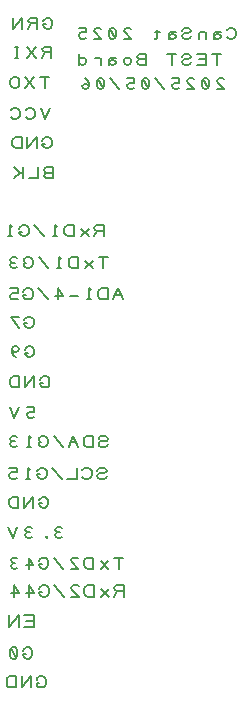
<source format=gbo>
G04 DesignSpark PCB Gerber Version 12.0 Build 5942*
%FSLAX35Y35*%
%MOMM*%
%ADD10C,0.12700*%
X0Y0D02*
D02*
D10*
X994680Y2013740D02*
X970860D01*
Y2005800D01*
X978800Y1989930D01*
X986740Y1981990D01*
X1002610Y1974050D01*
X1018490D01*
X1034360Y1981990D01*
X1042300Y1989930D01*
X1050240Y2005800D01*
Y2037550D01*
X1042300Y2053430D01*
X1034360Y2061370D01*
X1018490Y2069300D01*
X1002610D01*
X986740Y2061370D01*
X978800Y2053430D01*
X970860Y2037550D01*
X915300Y1981990D02*
X899430Y1974050D01*
X883550D01*
X867680Y1981990D01*
X859740Y1997870D01*
Y2045490D01*
X867680Y2061370D01*
X883550Y2069300D01*
X899430D01*
X915300Y2061370D01*
X923240Y2045490D01*
Y1997870D01*
X915300Y1981990D01*
X867680Y2061370D01*
X1060240Y2244050D02*
Y2339300D01*
X980860D01*
X996740Y2291680D02*
X1060240D01*
Y2244050D02*
X980860D01*
X933240D02*
Y2339300D01*
X853860Y2244050D01*
Y2339300D01*
X1004680Y4813740D02*
X980860D01*
Y4805800D01*
X988800Y4789930D01*
X996740Y4781990D01*
X1012610Y4774050D01*
X1028490D01*
X1044360Y4781990D01*
X1052300Y4789930D01*
X1060240Y4805800D01*
Y4837550D01*
X1052300Y4853430D01*
X1044360Y4861370D01*
X1028490Y4869300D01*
X1012610D01*
X996740Y4861370D01*
X988800Y4853430D01*
X980860Y4837550D01*
X933240Y4774050D02*
X869740Y4869300D01*
X933240D01*
X1065240Y4016990D02*
X1049360Y4009050D01*
X1025550D01*
X1009680Y4016990D01*
X1001740Y4032870D01*
Y4040800D01*
X1009680Y4056680D01*
X1025550Y4064620D01*
X1065240D01*
Y4104300D01*
X1001740D01*
X938240D02*
X898550Y4009050D01*
X858860Y4104300D01*
X1009680Y4563740D02*
X985860D01*
Y4555800D01*
X993800Y4539930D01*
X1001740Y4531990D01*
X1017610Y4524050D01*
X1033490D01*
X1049360Y4531990D01*
X1057300Y4539930D01*
X1065240Y4555800D01*
Y4587550D01*
X1057300Y4603430D01*
X1049360Y4611370D01*
X1033490Y4619300D01*
X1017610D01*
X1001740Y4611370D01*
X993800Y4603430D01*
X985860Y4587550D01*
X914430Y4524050D02*
X898550Y4531990D01*
X882680Y4547870D01*
X874740Y4571680D01*
Y4595490D01*
X882680Y4611370D01*
X898550Y4619300D01*
X914430D01*
X930300Y4611370D01*
X938240Y4595490D01*
X930300Y4579620D01*
X914430Y4571680D01*
X898550D01*
X882680Y4579620D01*
X874740Y4595490D01*
X1109680Y1768740D02*
X1085860D01*
Y1760800D01*
X1093800Y1744930D01*
X1101740Y1736990D01*
X1117610Y1729050D01*
X1133490D01*
X1149360Y1736990D01*
X1157300Y1744930D01*
X1165240Y1760800D01*
Y1792550D01*
X1157300Y1808430D01*
X1149360Y1816370D01*
X1133490Y1824300D01*
X1117610D01*
X1101740Y1816370D01*
X1093800Y1808430D01*
X1085860Y1792550D01*
X1038240Y1729050D02*
Y1824300D01*
X958860Y1729050D01*
Y1824300D01*
X911240Y1729050D02*
Y1824300D01*
X863610D01*
X847740Y1816370D01*
X839800Y1808430D01*
X831860Y1792550D01*
Y1760800D01*
X839800Y1744930D01*
X847740Y1736990D01*
X863610Y1729050D01*
X911240D01*
X1129680Y3288740D02*
X1105860D01*
Y3280800D01*
X1113800Y3264930D01*
X1121740Y3256990D01*
X1137610Y3249050D01*
X1153490D01*
X1169360Y3256990D01*
X1177300Y3264930D01*
X1185240Y3280800D01*
Y3312550D01*
X1177300Y3328430D01*
X1169360Y3336370D01*
X1153490Y3344300D01*
X1137610D01*
X1121740Y3336370D01*
X1113800Y3328430D01*
X1105860Y3312550D01*
X1058240Y3249050D02*
Y3344300D01*
X978860Y3249050D01*
Y3344300D01*
X931240Y3249050D02*
Y3344300D01*
X883610D01*
X867740Y3336370D01*
X859800Y3328430D01*
X851860Y3312550D01*
Y3280800D01*
X859800Y3264930D01*
X867740Y3256990D01*
X883610Y3249050D01*
X931240D01*
X1139680Y4308740D02*
X1115860D01*
Y4300800D01*
X1123800Y4284930D01*
X1131740Y4276990D01*
X1147610Y4269050D01*
X1163490D01*
X1179360Y4276990D01*
X1187300Y4284930D01*
X1195240Y4300800D01*
Y4332550D01*
X1187300Y4348430D01*
X1179360Y4356370D01*
X1163490Y4364300D01*
X1147610D01*
X1131740Y4356370D01*
X1123800Y4348430D01*
X1115860Y4332550D01*
X1068240Y4269050D02*
Y4364300D01*
X988860Y4269050D01*
Y4364300D01*
X941240Y4269050D02*
Y4364300D01*
X893610D01*
X877740Y4356370D01*
X869800Y4348430D01*
X861860Y4332550D01*
Y4300800D01*
X869800Y4284930D01*
X877740Y4276990D01*
X893610Y4269050D01*
X941240D01*
X1155550Y6804050D02*
Y6899300D01*
X1195240D02*
X1115860D01*
X1068240Y6804050D02*
X988860Y6899300D01*
X1068240D02*
X988860Y6804050D01*
X941240Y6835800D02*
Y6867550D01*
X933300Y6883430D01*
X925360Y6891370D01*
X909490Y6899300D01*
X893610D01*
X877740Y6891370D01*
X869800Y6883430D01*
X861860Y6867550D01*
Y6835800D01*
X869800Y6819930D01*
X877740Y6811990D01*
X893610Y6804050D01*
X909490D01*
X925360Y6811990D01*
X933300Y6819930D01*
X941240Y6835800D01*
X1200240Y6634300D02*
X1160550Y6539050D01*
X1120860Y6634300D01*
X993860Y6554930D02*
X1001800Y6546990D01*
X1017680Y6539050D01*
X1041490D01*
X1057360Y6546990D01*
X1065300Y6554930D01*
X1073240Y6570800D01*
Y6602550D01*
X1065300Y6618430D01*
X1057360Y6626370D01*
X1041490Y6634300D01*
X1017680D01*
X1001800Y6626370D01*
X993860Y6618430D01*
X866860Y6554930D02*
X874800Y6546990D01*
X890680Y6539050D01*
X914490D01*
X930360Y6546990D01*
X938300Y6554930D01*
X946240Y6570800D01*
Y6602550D01*
X938300Y6618430D01*
X930360Y6626370D01*
X914490Y6634300D01*
X890680D01*
X874800Y6626370D01*
X866860Y6618430D01*
X1210240Y7059050D02*
Y7154300D01*
X1154680D01*
X1138800Y7146370D01*
X1130860Y7130490D01*
X1138800Y7114620D01*
X1154680Y7106680D01*
X1210240D01*
X1154680D02*
X1130860Y7059050D01*
X1083240D02*
X1003860Y7154300D01*
X1083240D02*
X1003860Y7059050D01*
X932430D02*
X900680D01*
X916550D02*
Y7154300D01*
X932430D02*
X900680D01*
X1159680Y6333740D02*
X1135860D01*
Y6325800D01*
X1143800Y6309930D01*
X1151740Y6301990D01*
X1167610Y6294050D01*
X1183490D01*
X1199360Y6301990D01*
X1207300Y6309930D01*
X1215240Y6325800D01*
Y6357550D01*
X1207300Y6373430D01*
X1199360Y6381370D01*
X1183490Y6389300D01*
X1167610D01*
X1151740Y6381370D01*
X1143800Y6373430D01*
X1135860Y6357550D01*
X1088240Y6294050D02*
Y6389300D01*
X1008860Y6294050D01*
Y6389300D01*
X961240Y6294050D02*
Y6389300D01*
X913610D01*
X897740Y6381370D01*
X889800Y6373430D01*
X881860Y6357550D01*
Y6325800D01*
X889800Y6309930D01*
X897740Y6301990D01*
X913610Y6294050D01*
X961240D01*
X1164680Y7343740D02*
X1140860D01*
Y7335800D01*
X1148800Y7319930D01*
X1156740Y7311990D01*
X1172610Y7304050D01*
X1188490D01*
X1204360Y7311990D01*
X1212300Y7319930D01*
X1220240Y7335800D01*
Y7367550D01*
X1212300Y7383430D01*
X1204360Y7391370D01*
X1188490Y7399300D01*
X1172610D01*
X1156740Y7391370D01*
X1148800Y7383430D01*
X1140860Y7367550D01*
X1093240Y7304050D02*
Y7399300D01*
X1037680D01*
X1021800Y7391370D01*
X1013860Y7375490D01*
X1021800Y7359620D01*
X1037680Y7351680D01*
X1093240D01*
X1037680D02*
X1013860Y7304050D01*
X966240D02*
Y7399300D01*
X886860Y7304050D01*
Y7399300D01*
X1169680Y6086680D02*
X1153800Y6078740D01*
X1145860Y6062870D01*
X1153800Y6046990D01*
X1169680Y6039050D01*
X1225240D01*
Y6134300D01*
X1169680D01*
X1153800Y6126370D01*
X1145860Y6110490D01*
X1153800Y6094620D01*
X1169680Y6086680D01*
X1225240D01*
X1098240Y6134300D02*
Y6039050D01*
X1018860D01*
X971240D02*
Y6134300D01*
Y6086680D02*
X947430D01*
X891860Y6134300D01*
X947430Y6086680D02*
X891860Y6039050D01*
X1297300Y3001990D02*
X1281430Y2994050D01*
X1265550D01*
X1249680Y3001990D01*
X1241740Y3017870D01*
X1249680Y3033740D01*
X1265550Y3041680D01*
X1281430D01*
X1265550D02*
X1249680Y3049620D01*
X1241740Y3065490D01*
X1249680Y3081370D01*
X1265550Y3089300D01*
X1281430D01*
X1297300Y3081370D01*
X1170300Y2994050D02*
X1162360Y3001990D01*
X1170300Y3009930D01*
X1178240Y3001990D01*
X1170300Y2994050D01*
X1043300Y3001990D02*
X1027430Y2994050D01*
X1011550D01*
X995680Y3001990D01*
X987740Y3017870D01*
X995680Y3033740D01*
X1011550Y3041680D01*
X1027430D01*
X1011550D02*
X995680Y3049620D01*
X987740Y3065490D01*
X995680Y3081370D01*
X1011550Y3089300D01*
X1027430D01*
X1043300Y3081370D01*
X924240Y3089300D02*
X884550Y2994050D01*
X844860Y3089300D01*
X1655240Y5549050D02*
Y5644300D01*
X1599680D01*
X1583800Y5636370D01*
X1575860Y5620490D01*
X1583800Y5604620D01*
X1599680Y5596680D01*
X1655240D01*
X1599680D02*
X1575860Y5549050D01*
X1528240D02*
X1464740Y5612550D01*
Y5549050D02*
X1528240Y5612550D01*
X1401240Y5549050D02*
Y5644300D01*
X1353610D01*
X1337740Y5636370D01*
X1329800Y5628430D01*
X1321860Y5612550D01*
Y5580800D01*
X1329800Y5564930D01*
X1337740Y5556990D01*
X1353610Y5549050D01*
X1401240D01*
X1258360D02*
X1226610D01*
X1242490D02*
Y5644300D01*
X1258360Y5628430D01*
X1147240Y5549050D02*
X1067860Y5644300D01*
X964680Y5588740D02*
X940860D01*
Y5580800D01*
X948800Y5564930D01*
X956740Y5556990D01*
X972610Y5549050D01*
X988490D01*
X1004360Y5556990D01*
X1012300Y5564930D01*
X1020240Y5580800D01*
Y5612550D01*
X1012300Y5628430D01*
X1004360Y5636370D01*
X988490Y5644300D01*
X972610D01*
X956740Y5636370D01*
X948800Y5628430D01*
X940860Y5612550D01*
X877360Y5549050D02*
X845610D01*
X861490D02*
Y5644300D01*
X877360Y5628430D01*
X1680240Y3517870D02*
X1672300Y3501990D01*
X1656430Y3494050D01*
X1624680D01*
X1608800Y3501990D01*
X1600860Y3517870D01*
X1608800Y3533740D01*
X1624680Y3541680D01*
X1656430D01*
X1672300Y3549620D01*
X1680240Y3565490D01*
X1672300Y3581370D01*
X1656430Y3589300D01*
X1624680D01*
X1608800Y3581370D01*
X1600860Y3565490D01*
X1473860Y3509930D02*
X1481800Y3501990D01*
X1497680Y3494050D01*
X1521490D01*
X1537360Y3501990D01*
X1545300Y3509930D01*
X1553240Y3525800D01*
Y3557550D01*
X1545300Y3573430D01*
X1537360Y3581370D01*
X1521490Y3589300D01*
X1497680D01*
X1481800Y3581370D01*
X1473860Y3573430D01*
X1426240Y3589300D02*
Y3494050D01*
X1346860D01*
X1299240D02*
X1219860Y3589300D01*
X1116680Y3533740D02*
X1092860D01*
Y3525800D01*
X1100800Y3509930D01*
X1108740Y3501990D01*
X1124610Y3494050D01*
X1140490D01*
X1156360Y3501990D01*
X1164300Y3509930D01*
X1172240Y3525800D01*
Y3557550D01*
X1164300Y3573430D01*
X1156360Y3581370D01*
X1140490Y3589300D01*
X1124610D01*
X1108740Y3581370D01*
X1100800Y3573430D01*
X1092860Y3557550D01*
X1029360Y3494050D02*
X997610D01*
X1013490D02*
Y3589300D01*
X1029360Y3573430D01*
X918240Y3501990D02*
X902360Y3494050D01*
X878550D01*
X862680Y3501990D01*
X854740Y3517870D01*
Y3525800D01*
X862680Y3541680D01*
X878550Y3549620D01*
X918240D01*
Y3589300D01*
X854740D01*
X1690240Y3787870D02*
X1682300Y3771990D01*
X1666430Y3764050D01*
X1634680D01*
X1618800Y3771990D01*
X1610860Y3787870D01*
X1618800Y3803740D01*
X1634680Y3811680D01*
X1666430D01*
X1682300Y3819620D01*
X1690240Y3835490D01*
X1682300Y3851370D01*
X1666430Y3859300D01*
X1634680D01*
X1618800Y3851370D01*
X1610860Y3835490D01*
X1563240Y3764050D02*
Y3859300D01*
X1515610D01*
X1499740Y3851370D01*
X1491800Y3843430D01*
X1483860Y3827550D01*
Y3795800D01*
X1491800Y3779930D01*
X1499740Y3771990D01*
X1515610Y3764050D01*
X1563240D01*
X1436240D02*
X1396550Y3859300D01*
X1356860Y3764050D01*
X1420360Y3803740D02*
X1372740D01*
X1309240Y3764050D02*
X1229860Y3859300D01*
X1126680Y3803740D02*
X1102860D01*
Y3795800D01*
X1110800Y3779930D01*
X1118740Y3771990D01*
X1134610Y3764050D01*
X1150490D01*
X1166360Y3771990D01*
X1174300Y3779930D01*
X1182240Y3795800D01*
Y3827550D01*
X1174300Y3843430D01*
X1166360Y3851370D01*
X1150490Y3859300D01*
X1134610D01*
X1118740Y3851370D01*
X1110800Y3843430D01*
X1102860Y3827550D01*
X1039360Y3764050D02*
X1007610D01*
X1023490D02*
Y3859300D01*
X1039360Y3843430D01*
X920300Y3771990D02*
X904430Y3764050D01*
X888550D01*
X872680Y3771990D01*
X864740Y3787870D01*
X872680Y3803740D01*
X888550Y3811680D01*
X904430D01*
X888550D02*
X872680Y3819620D01*
X864740Y3835490D01*
X872680Y3851370D01*
X888550Y3859300D01*
X904430D01*
X920300Y3851370D01*
X1650550Y5279050D02*
Y5374300D01*
X1690240D02*
X1610860D01*
X1563240Y5279050D02*
X1499740Y5342550D01*
Y5279050D02*
X1563240Y5342550D01*
X1436240Y5279050D02*
Y5374300D01*
X1388610D01*
X1372740Y5366370D01*
X1364800Y5358430D01*
X1356860Y5342550D01*
Y5310800D01*
X1364800Y5294930D01*
X1372740Y5286990D01*
X1388610Y5279050D01*
X1436240D01*
X1293360D02*
X1261610D01*
X1277490D02*
Y5374300D01*
X1293360Y5358430D01*
X1182240Y5279050D02*
X1102860Y5374300D01*
X999680Y5318740D02*
X975860D01*
Y5310800D01*
X983800Y5294930D01*
X991740Y5286990D01*
X1007610Y5279050D01*
X1023490D01*
X1039360Y5286990D01*
X1047300Y5294930D01*
X1055240Y5310800D01*
Y5342550D01*
X1047300Y5358430D01*
X1039360Y5366370D01*
X1023490Y5374300D01*
X1007610D01*
X991740Y5366370D01*
X983800Y5358430D01*
X975860Y5342550D01*
X920300Y5286990D02*
X904430Y5279050D01*
X888550D01*
X872680Y5286990D01*
X864740Y5302870D01*
X872680Y5318740D01*
X888550Y5326680D01*
X904430D01*
X888550D02*
X872680Y5334620D01*
X864740Y5350490D01*
X872680Y5366370D01*
X888550Y5374300D01*
X904430D01*
X920300Y5366370D01*
X1815240Y5014050D02*
X1775550Y5109300D01*
X1735860Y5014050D01*
X1799360Y5053740D02*
X1751740D01*
X1688240Y5014050D02*
Y5109300D01*
X1640610D01*
X1624740Y5101370D01*
X1616800Y5093430D01*
X1608860Y5077550D01*
Y5045800D01*
X1616800Y5029930D01*
X1624740Y5021990D01*
X1640610Y5014050D01*
X1688240D01*
X1545360D02*
X1513610D01*
X1529490D02*
Y5109300D01*
X1545360Y5093430D01*
X1434240Y5045800D02*
X1370740D01*
X1267550Y5014050D02*
Y5109300D01*
X1307240Y5045800D01*
X1243740D01*
X1180240Y5014050D02*
X1100860Y5109300D01*
X997680Y5053740D02*
X973860D01*
Y5045800D01*
X981800Y5029930D01*
X989740Y5021990D01*
X1005610Y5014050D01*
X1021490D01*
X1037360Y5021990D01*
X1045300Y5029930D01*
X1053240Y5045800D01*
Y5077550D01*
X1045300Y5093430D01*
X1037360Y5101370D01*
X1021490Y5109300D01*
X1005610D01*
X989740Y5101370D01*
X981800Y5093430D01*
X973860Y5077550D01*
X926240Y5021990D02*
X910360Y5014050D01*
X886550D01*
X870680Y5021990D01*
X862740Y5037870D01*
Y5045800D01*
X870680Y5061680D01*
X886550Y5069620D01*
X926240D01*
Y5109300D01*
X862740D01*
X1780550Y2734050D02*
Y2829300D01*
X1820240D02*
X1740860D01*
X1693240Y2734050D02*
X1629740Y2797550D01*
Y2734050D02*
X1693240Y2797550D01*
X1566240Y2734050D02*
Y2829300D01*
X1518610D01*
X1502740Y2821370D01*
X1494800Y2813430D01*
X1486860Y2797550D01*
Y2765800D01*
X1494800Y2749930D01*
X1502740Y2741990D01*
X1518610Y2734050D01*
X1566240D01*
X1375740D02*
X1439240D01*
X1383680Y2789620D01*
X1375740Y2805490D01*
X1383680Y2821370D01*
X1399550Y2829300D01*
X1423360D01*
X1439240Y2821370D01*
X1312240Y2734050D02*
X1232860Y2829300D01*
X1129680Y2773740D02*
X1105860D01*
Y2765800D01*
X1113800Y2749930D01*
X1121740Y2741990D01*
X1137610Y2734050D01*
X1153490D01*
X1169360Y2741990D01*
X1177300Y2749930D01*
X1185240Y2765800D01*
Y2797550D01*
X1177300Y2813430D01*
X1169360Y2821370D01*
X1153490Y2829300D01*
X1137610D01*
X1121740Y2821370D01*
X1113800Y2813430D01*
X1105860Y2797550D01*
X1018550Y2734050D02*
Y2829300D01*
X1058240Y2765800D01*
X994740D01*
X923300Y2741990D02*
X907430Y2734050D01*
X891550D01*
X875680Y2741990D01*
X867740Y2757870D01*
X875680Y2773740D01*
X891550Y2781680D01*
X907430D01*
X891550D02*
X875680Y2789620D01*
X867740Y2805490D01*
X875680Y2821370D01*
X891550Y2829300D01*
X907430D01*
X923300Y2821370D01*
X1825240Y2499050D02*
Y2594300D01*
X1769680D01*
X1753800Y2586370D01*
X1745860Y2570490D01*
X1753800Y2554620D01*
X1769680Y2546680D01*
X1825240D01*
X1769680D02*
X1745860Y2499050D01*
X1698240D02*
X1634740Y2562550D01*
Y2499050D02*
X1698240Y2562550D01*
X1571240Y2499050D02*
Y2594300D01*
X1523610D01*
X1507740Y2586370D01*
X1499800Y2578430D01*
X1491860Y2562550D01*
Y2530800D01*
X1499800Y2514930D01*
X1507740Y2506990D01*
X1523610Y2499050D01*
X1571240D01*
X1380740D02*
X1444240D01*
X1388680Y2554620D01*
X1380740Y2570490D01*
X1388680Y2586370D01*
X1404550Y2594300D01*
X1428360D01*
X1444240Y2586370D01*
X1317240Y2499050D02*
X1237860Y2594300D01*
X1134680Y2538740D02*
X1110860D01*
Y2530800D01*
X1118800Y2514930D01*
X1126740Y2506990D01*
X1142610Y2499050D01*
X1158490D01*
X1174360Y2506990D01*
X1182300Y2514930D01*
X1190240Y2530800D01*
Y2562550D01*
X1182300Y2578430D01*
X1174360Y2586370D01*
X1158490Y2594300D01*
X1142610D01*
X1126740Y2586370D01*
X1118800Y2578430D01*
X1110860Y2562550D01*
X1023550Y2499050D02*
Y2594300D01*
X1063240Y2530800D01*
X999740D01*
X896550Y2499050D02*
Y2594300D01*
X936240Y2530800D01*
X872740D01*
X2610550Y6999050D02*
Y7094300D01*
X2650240D02*
X2570860D01*
X2523240Y6999050D02*
Y7094300D01*
X2443860D01*
X2459740Y7046680D02*
X2523240D01*
Y6999050D02*
X2443860D01*
X2396240Y7022870D02*
X2388300Y7006990D01*
X2372430Y6999050D01*
X2340680D01*
X2324800Y7006990D01*
X2316860Y7022870D01*
X2324800Y7038740D01*
X2340680Y7046680D01*
X2372430D01*
X2388300Y7054620D01*
X2396240Y7070490D01*
X2388300Y7086370D01*
X2372430Y7094300D01*
X2340680D01*
X2324800Y7086370D01*
X2316860Y7070490D01*
X2229550Y6999050D02*
Y7094300D01*
X2269240D02*
X2189860D01*
X1959680Y7046680D02*
X1943800Y7038740D01*
X1935860Y7022870D01*
X1943800Y7006990D01*
X1959680Y6999050D01*
X2015240D01*
Y7094300D01*
X1959680D01*
X1943800Y7086370D01*
X1935860Y7070490D01*
X1943800Y7054620D01*
X1959680Y7046680D01*
X2015240D01*
X1888240Y7022870D02*
X1880300Y7006990D01*
X1864430Y6999050D01*
X1848550D01*
X1832680Y7006990D01*
X1824740Y7022870D01*
Y7038740D01*
X1832680Y7054620D01*
X1848550Y7062550D01*
X1864430D01*
X1880300Y7054620D01*
X1888240Y7038740D01*
Y7022870D01*
X1761240Y7054620D02*
X1745360Y7062550D01*
X1721550D01*
X1705680Y7054620D01*
X1697740Y7038740D01*
Y7014930D01*
X1705680Y7006990D01*
X1721550Y6999050D01*
X1737430D01*
X1753300Y7006990D01*
X1761240Y7014930D01*
Y7022870D01*
X1753300Y7030800D01*
X1737430Y7038740D01*
X1721550D01*
X1705680Y7030800D01*
X1697740Y7022870D01*
Y7014930D02*
Y6999050D01*
X1634240D02*
Y7062550D01*
Y7038740D02*
X1626300Y7054620D01*
X1610430Y7062550D01*
X1594550D01*
X1578680Y7054620D01*
X1443740Y7038740D02*
X1451680Y7054620D01*
X1467550Y7062550D01*
X1483430D01*
X1499300Y7054620D01*
X1507240Y7038740D01*
Y7022870D01*
X1499300Y7006990D01*
X1483430Y6999050D01*
X1467550D01*
X1451680Y7006990D01*
X1443740Y7022870D01*
Y6999050D02*
Y7094300D01*
X2611740Y6794050D02*
X2675240D01*
X2619680Y6849620D01*
X2611740Y6865490D01*
X2619680Y6881370D01*
X2635550Y6889300D01*
X2659360D01*
X2675240Y6881370D01*
X2540300Y6801990D02*
X2524430Y6794050D01*
X2508550D01*
X2492680Y6801990D01*
X2484740Y6817870D01*
Y6865490D01*
X2492680Y6881370D01*
X2508550Y6889300D01*
X2524430D01*
X2540300Y6881370D01*
X2548240Y6865490D01*
Y6817870D01*
X2540300Y6801990D01*
X2492680Y6881370D01*
X2357740Y6794050D02*
X2421240D01*
X2365680Y6849620D01*
X2357740Y6865490D01*
X2365680Y6881370D01*
X2381550Y6889300D01*
X2405360D01*
X2421240Y6881370D01*
X2294240Y6801990D02*
X2278360Y6794050D01*
X2254550D01*
X2238680Y6801990D01*
X2230740Y6817870D01*
Y6825800D01*
X2238680Y6841680D01*
X2254550Y6849620D01*
X2294240D01*
Y6889300D01*
X2230740D01*
X2167240Y6794050D02*
X2087860Y6889300D01*
X2032300Y6801990D02*
X2016430Y6794050D01*
X2000550D01*
X1984680Y6801990D01*
X1976740Y6817870D01*
Y6865490D01*
X1984680Y6881370D01*
X2000550Y6889300D01*
X2016430D01*
X2032300Y6881370D01*
X2040240Y6865490D01*
Y6817870D01*
X2032300Y6801990D01*
X1984680Y6881370D01*
X1913240Y6801990D02*
X1897360Y6794050D01*
X1873550D01*
X1857680Y6801990D01*
X1849740Y6817870D01*
Y6825800D01*
X1857680Y6841680D01*
X1873550Y6849620D01*
X1913240D01*
Y6889300D01*
X1849740D01*
X1786240Y6794050D02*
X1706860Y6889300D01*
X1651300Y6801990D02*
X1635430Y6794050D01*
X1619550D01*
X1603680Y6801990D01*
X1595740Y6817870D01*
Y6865490D01*
X1603680Y6881370D01*
X1619550Y6889300D01*
X1635430D01*
X1651300Y6881370D01*
X1659240Y6865490D01*
Y6817870D01*
X1651300Y6801990D01*
X1603680Y6881370D01*
X1532240Y6817870D02*
X1524300Y6833740D01*
X1508430Y6841680D01*
X1492550D01*
X1476680Y6833740D01*
X1468740Y6817870D01*
X1476680Y6801990D01*
X1492550Y6794050D01*
X1508430D01*
X1524300Y6801990D01*
X1532240Y6817870D01*
Y6841680D01*
X1524300Y6865490D01*
X1508430Y6881370D01*
X1492550Y6889300D01*
X2695860Y7234930D02*
X2703800Y7226990D01*
X2719680Y7219050D01*
X2743490D01*
X2759360Y7226990D01*
X2767300Y7234930D01*
X2775240Y7250800D01*
Y7282550D01*
X2767300Y7298430D01*
X2759360Y7306370D01*
X2743490Y7314300D01*
X2719680D01*
X2703800Y7306370D01*
X2695860Y7298430D01*
X2648240Y7274620D02*
X2632360Y7282550D01*
X2608550D01*
X2592680Y7274620D01*
X2584740Y7258740D01*
Y7234930D01*
X2592680Y7226990D01*
X2608550Y7219050D01*
X2624430D01*
X2640300Y7226990D01*
X2648240Y7234930D01*
Y7242870D01*
X2640300Y7250800D01*
X2624430Y7258740D01*
X2608550D01*
X2592680Y7250800D01*
X2584740Y7242870D01*
Y7234930D02*
Y7219050D01*
X2521240D02*
Y7282550D01*
Y7258740D02*
X2513300Y7274620D01*
X2497430Y7282550D01*
X2481550D01*
X2465680Y7274620D01*
X2457740Y7258740D01*
Y7219050D01*
X2394240Y7242870D02*
X2386300Y7226990D01*
X2370430Y7219050D01*
X2338680D01*
X2322800Y7226990D01*
X2314860Y7242870D01*
X2322800Y7258740D01*
X2338680Y7266680D01*
X2370430D01*
X2386300Y7274620D01*
X2394240Y7290490D01*
X2386300Y7306370D01*
X2370430Y7314300D01*
X2338680D01*
X2322800Y7306370D01*
X2314860Y7290490D01*
X2267240Y7274620D02*
X2251360Y7282550D01*
X2227550D01*
X2211680Y7274620D01*
X2203740Y7258740D01*
Y7234930D01*
X2211680Y7226990D01*
X2227550Y7219050D01*
X2243430D01*
X2259300Y7226990D01*
X2267240Y7234930D01*
Y7242870D01*
X2259300Y7250800D01*
X2243430Y7258740D01*
X2227550D01*
X2211680Y7250800D01*
X2203740Y7242870D01*
Y7234930D02*
Y7219050D01*
X2127010Y7282550D02*
X2089970D01*
X2108490Y7298430D02*
Y7226990D01*
X2100550Y7219050D01*
X2092610D01*
X2084680Y7226990D01*
X1822740Y7219050D02*
X1886240D01*
X1830680Y7274620D01*
X1822740Y7290490D01*
X1830680Y7306370D01*
X1846550Y7314300D01*
X1870360D01*
X1886240Y7306370D01*
X1751300Y7226990D02*
X1735430Y7219050D01*
X1719550D01*
X1703680Y7226990D01*
X1695740Y7242870D01*
Y7290490D01*
X1703680Y7306370D01*
X1719550Y7314300D01*
X1735430D01*
X1751300Y7306370D01*
X1759240Y7290490D01*
Y7242870D01*
X1751300Y7226990D01*
X1703680Y7306370D01*
X1568740Y7219050D02*
X1632240D01*
X1576680Y7274620D01*
X1568740Y7290490D01*
X1576680Y7306370D01*
X1592550Y7314300D01*
X1616360D01*
X1632240Y7306370D01*
X1505240Y7226990D02*
X1489360Y7219050D01*
X1465550D01*
X1449680Y7226990D01*
X1441740Y7242870D01*
Y7250800D01*
X1449680Y7266680D01*
X1465550Y7274620D01*
X1505240D01*
Y7314300D01*
X1441740D01*
X0Y0D02*
M02*

</source>
